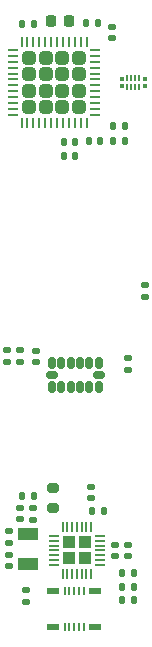
<source format=gbr>
%TF.GenerationSoftware,KiCad,Pcbnew,9.0.0*%
%TF.CreationDate,2025-03-13T15:41:23-04:00*%
%TF.ProjectId,IngestibleCapsule-Board,496e6765-7374-4696-926c-654361707375,rev?*%
%TF.SameCoordinates,Original*%
%TF.FileFunction,Paste,Top*%
%TF.FilePolarity,Positive*%
%FSLAX46Y46*%
G04 Gerber Fmt 4.6, Leading zero omitted, Abs format (unit mm)*
G04 Created by KiCad (PCBNEW 9.0.0) date 2025-03-13 15:41:23*
%MOMM*%
%LPD*%
G01*
G04 APERTURE LIST*
G04 Aperture macros list*
%AMRoundRect*
0 Rectangle with rounded corners*
0 $1 Rounding radius*
0 $2 $3 $4 $5 $6 $7 $8 $9 X,Y pos of 4 corners*
0 Add a 4 corners polygon primitive as box body*
4,1,4,$2,$3,$4,$5,$6,$7,$8,$9,$2,$3,0*
0 Add four circle primitives for the rounded corners*
1,1,$1+$1,$2,$3*
1,1,$1+$1,$4,$5*
1,1,$1+$1,$6,$7*
1,1,$1+$1,$8,$9*
0 Add four rect primitives between the rounded corners*
20,1,$1+$1,$2,$3,$4,$5,0*
20,1,$1+$1,$4,$5,$6,$7,0*
20,1,$1+$1,$6,$7,$8,$9,0*
20,1,$1+$1,$8,$9,$2,$3,0*%
G04 Aperture macros list end*
%ADD10RoundRect,0.140000X-0.170000X0.140000X-0.170000X-0.140000X0.170000X-0.140000X0.170000X0.140000X0*%
%ADD11RoundRect,0.140000X0.170000X-0.140000X0.170000X0.140000X-0.170000X0.140000X-0.170000X-0.140000X0*%
%ADD12RoundRect,0.135000X0.135000X0.185000X-0.135000X0.185000X-0.135000X-0.185000X0.135000X-0.185000X0*%
%ADD13RoundRect,0.140000X-0.140000X-0.170000X0.140000X-0.170000X0.140000X0.170000X-0.140000X0.170000X0*%
%ADD14RoundRect,0.135000X-0.185000X0.135000X-0.185000X-0.135000X0.185000X-0.135000X0.185000X0.135000X0*%
%ADD15R,0.220000X0.700000*%
%ADD16R,1.000000X0.500000*%
%ADD17RoundRect,0.225000X-0.225000X-0.250000X0.225000X-0.250000X0.225000X0.250000X-0.225000X0.250000X0*%
%ADD18RoundRect,0.140000X0.140000X0.170000X-0.140000X0.170000X-0.140000X-0.170000X0.140000X-0.170000X0*%
%ADD19RoundRect,0.250000X-0.295000X-0.295000X0.295000X-0.295000X0.295000X0.295000X-0.295000X0.295000X0*%
%ADD20RoundRect,0.050000X-0.362500X-0.050000X0.362500X-0.050000X0.362500X0.050000X-0.362500X0.050000X0*%
%ADD21RoundRect,0.050000X-0.050000X-0.362500X0.050000X-0.362500X0.050000X0.362500X-0.050000X0.362500X0*%
%ADD22RoundRect,0.200000X0.275000X-0.200000X0.275000X0.200000X-0.275000X0.200000X-0.275000X-0.200000X0*%
%ADD23RoundRect,0.135000X0.185000X-0.135000X0.185000X0.135000X-0.185000X0.135000X-0.185000X-0.135000X0*%
%ADD24RoundRect,0.135000X-0.135000X-0.185000X0.135000X-0.185000X0.135000X0.185000X-0.135000X0.185000X0*%
%ADD25R,0.380000X0.300000*%
%ADD26R,0.200000X0.520000*%
%ADD27RoundRect,0.250000X-0.315000X-0.315000X0.315000X-0.315000X0.315000X0.315000X-0.315000X0.315000X0*%
%ADD28RoundRect,0.062500X-0.375000X-0.062500X0.375000X-0.062500X0.375000X0.062500X-0.375000X0.062500X0*%
%ADD29RoundRect,0.062500X-0.062500X-0.375000X0.062500X-0.375000X0.062500X0.375000X-0.062500X0.375000X0*%
%ADD30R,1.800000X1.000000*%
%ADD31RoundRect,0.150000X-0.150000X0.325000X-0.150000X-0.325000X0.150000X-0.325000X0.150000X0.325000X0*%
%ADD32RoundRect,0.150000X-0.325000X0.150000X-0.325000X-0.150000X0.325000X-0.150000X0.325000X0.150000X0*%
%ADD33RoundRect,0.147500X-0.147500X-0.172500X0.147500X-0.172500X0.147500X0.172500X-0.147500X0.172500X0*%
G04 APERTURE END LIST*
D10*
%TO.C,C19*%
X104550000Y-114145000D03*
X104550000Y-115105000D03*
%TD*%
%TO.C,C18*%
X103500000Y-114140000D03*
X103500000Y-115100000D03*
%TD*%
D11*
%TO.C,C13*%
X106000000Y-93130000D03*
X106000000Y-92170000D03*
%TD*%
D12*
%TO.C,R10*%
X105090000Y-117700000D03*
X104070000Y-117700000D03*
%TD*%
D13*
%TO.C,C5*%
X95620000Y-70100000D03*
X96580000Y-70100000D03*
%TD*%
%TO.C,C9*%
X99140000Y-81200000D03*
X100100000Y-81200000D03*
%TD*%
D11*
%TO.C,C20*%
X101425000Y-110205000D03*
X101425000Y-109245000D03*
%TD*%
D14*
%TO.C,R5*%
X104550000Y-98330000D03*
X104550000Y-99350000D03*
%TD*%
D13*
%TO.C,C17*%
X104090000Y-118800000D03*
X105050000Y-118800000D03*
%TD*%
D11*
%TO.C,C23*%
X95400000Y-112010000D03*
X95400000Y-111050000D03*
%TD*%
D15*
%TO.C,J4*%
X100800001Y-118050001D03*
X100399999Y-118050001D03*
X100000000Y-118050001D03*
X99600001Y-118050001D03*
X99199999Y-118050001D03*
X100800001Y-121149999D03*
X100399999Y-121149999D03*
X100000000Y-121149999D03*
X99600001Y-121149999D03*
X99199999Y-121149999D03*
D16*
X101749996Y-118100000D03*
X98250004Y-118100000D03*
X101749996Y-121100000D03*
X98250004Y-121100000D03*
%TD*%
D11*
%TO.C,C12*%
X96750000Y-98680000D03*
X96750000Y-97720000D03*
%TD*%
D17*
%TO.C,C10*%
X98000000Y-69800000D03*
X99550000Y-69800000D03*
%TD*%
D18*
%TO.C,C22*%
X96580000Y-110000000D03*
X95620000Y-110000000D03*
%TD*%
D19*
%TO.C,U5*%
X99550000Y-113950000D03*
X99550000Y-115300000D03*
X100900000Y-113950000D03*
X100900000Y-115300000D03*
D20*
X98262500Y-113425000D03*
X98262500Y-113825000D03*
X98262500Y-114225000D03*
X98262500Y-114625000D03*
X98262500Y-115025000D03*
X98262500Y-115425000D03*
X98262500Y-115825000D03*
D21*
X99025000Y-116587500D03*
X99425000Y-116587500D03*
X99825000Y-116587500D03*
X100225000Y-116587500D03*
X100625000Y-116587500D03*
X101025000Y-116587500D03*
X101425000Y-116587500D03*
D20*
X102187500Y-115825000D03*
X102187500Y-115425000D03*
X102187500Y-115025000D03*
X102187500Y-114625000D03*
X102187500Y-114225000D03*
X102187500Y-113825000D03*
X102187500Y-113425000D03*
D21*
X101425000Y-112662500D03*
X101025000Y-112662500D03*
X100625000Y-112662500D03*
X100225000Y-112662500D03*
X99825000Y-112662500D03*
X99425000Y-112662500D03*
X99025000Y-112662500D03*
%TD*%
D13*
%TO.C,C8*%
X99140000Y-80075000D03*
X100100000Y-80075000D03*
%TD*%
%TO.C,C21*%
X104070000Y-116550000D03*
X105030000Y-116550000D03*
%TD*%
%TO.C,C11*%
X103320000Y-78700000D03*
X104280000Y-78700000D03*
%TD*%
D11*
%TO.C,C15*%
X94500000Y-115980000D03*
X94500000Y-115020000D03*
%TD*%
D22*
%TO.C,R11*%
X98200000Y-111025000D03*
X98200000Y-109375000D03*
%TD*%
D14*
%TO.C,R7*%
X95450000Y-97680000D03*
X95450000Y-98700000D03*
%TD*%
D11*
%TO.C,C6*%
X103200000Y-71280000D03*
X103200000Y-70320000D03*
%TD*%
D13*
%TO.C,C7*%
X101260000Y-80000000D03*
X102220000Y-80000000D03*
%TD*%
D23*
%TO.C,R6*%
X94350000Y-98710000D03*
X94350000Y-97690000D03*
%TD*%
%TO.C,R9*%
X95950000Y-119010000D03*
X95950000Y-117990000D03*
%TD*%
D24*
%TO.C,R3*%
X103300000Y-80000000D03*
X104320000Y-80000000D03*
%TD*%
D25*
%TO.C,J2*%
X104035000Y-74720000D03*
X104035000Y-75280000D03*
X105965000Y-74720000D03*
X105965000Y-75280000D03*
D26*
X104475000Y-74610000D03*
X104475000Y-75390000D03*
X104825000Y-74610000D03*
X104825000Y-75390000D03*
X105175000Y-74610000D03*
X105175000Y-75390000D03*
X105525000Y-74610000D03*
X105525000Y-75390000D03*
%TD*%
D23*
%TO.C,R12*%
X96550000Y-112070000D03*
X96550000Y-111050000D03*
%TD*%
D27*
%TO.C,U1*%
X96200000Y-72900000D03*
X96200000Y-74300000D03*
X96200000Y-75700000D03*
X96200000Y-77100000D03*
X97600000Y-72900000D03*
X97600000Y-74300000D03*
X97600000Y-75700000D03*
X97600000Y-77100000D03*
X99000000Y-72900000D03*
X99000000Y-74300000D03*
X99000000Y-75700000D03*
X99000000Y-77100000D03*
X100400000Y-72900000D03*
X100400000Y-74300000D03*
X100400000Y-75700000D03*
X100400000Y-77100000D03*
D28*
X94862500Y-72250000D03*
X94862500Y-72750000D03*
X94862500Y-73250000D03*
X94862500Y-73750000D03*
X94862500Y-74250000D03*
X94862500Y-74750000D03*
X94862500Y-75250000D03*
X94862500Y-75750000D03*
X94862500Y-76250000D03*
X94862500Y-76750000D03*
X94862500Y-77250000D03*
X94862500Y-77750000D03*
D29*
X95550000Y-78437500D03*
X96050000Y-78437500D03*
X96550000Y-78437500D03*
X97050000Y-78437500D03*
X97550000Y-78437500D03*
X98050000Y-78437500D03*
X98550000Y-78437500D03*
X99050000Y-78437500D03*
X99550000Y-78437500D03*
X100050000Y-78437500D03*
X100550000Y-78437500D03*
X101050000Y-78437500D03*
D28*
X101737500Y-77750000D03*
X101737500Y-77250000D03*
X101737500Y-76750000D03*
X101737500Y-76250000D03*
X101737500Y-75750000D03*
X101737500Y-75250000D03*
X101737500Y-74750000D03*
X101737500Y-74250000D03*
X101737500Y-73750000D03*
X101737500Y-73250000D03*
X101737500Y-72750000D03*
X101737500Y-72250000D03*
D29*
X101050000Y-71562500D03*
X100550000Y-71562500D03*
X100050000Y-71562500D03*
X99550000Y-71562500D03*
X99050000Y-71562500D03*
X98550000Y-71562500D03*
X98050000Y-71562500D03*
X97550000Y-71562500D03*
X97050000Y-71562500D03*
X96550000Y-71562500D03*
X96050000Y-71562500D03*
X95550000Y-71562500D03*
%TD*%
D10*
%TO.C,C16*%
X94500000Y-113020000D03*
X94500000Y-113980000D03*
%TD*%
D30*
%TO.C,Y3*%
X96100000Y-115750000D03*
X96100000Y-113250000D03*
%TD*%
D31*
%TO.C,U3*%
X102100000Y-98750000D03*
X101300000Y-98750000D03*
X100500000Y-98750000D03*
X99700000Y-98750000D03*
X98900000Y-98750000D03*
X98100000Y-98750000D03*
D32*
X98100000Y-99750000D03*
D31*
X98100000Y-100750000D03*
X98900000Y-100750000D03*
X99700000Y-100750000D03*
X100500000Y-100750000D03*
X101300000Y-100750000D03*
X102100000Y-100750000D03*
D32*
X102100000Y-99750000D03*
%TD*%
D24*
%TO.C,R2*%
X100980000Y-70000000D03*
X102000000Y-70000000D03*
%TD*%
D33*
%TO.C,L1*%
X101530000Y-111250000D03*
X102500000Y-111250000D03*
%TD*%
M02*

</source>
